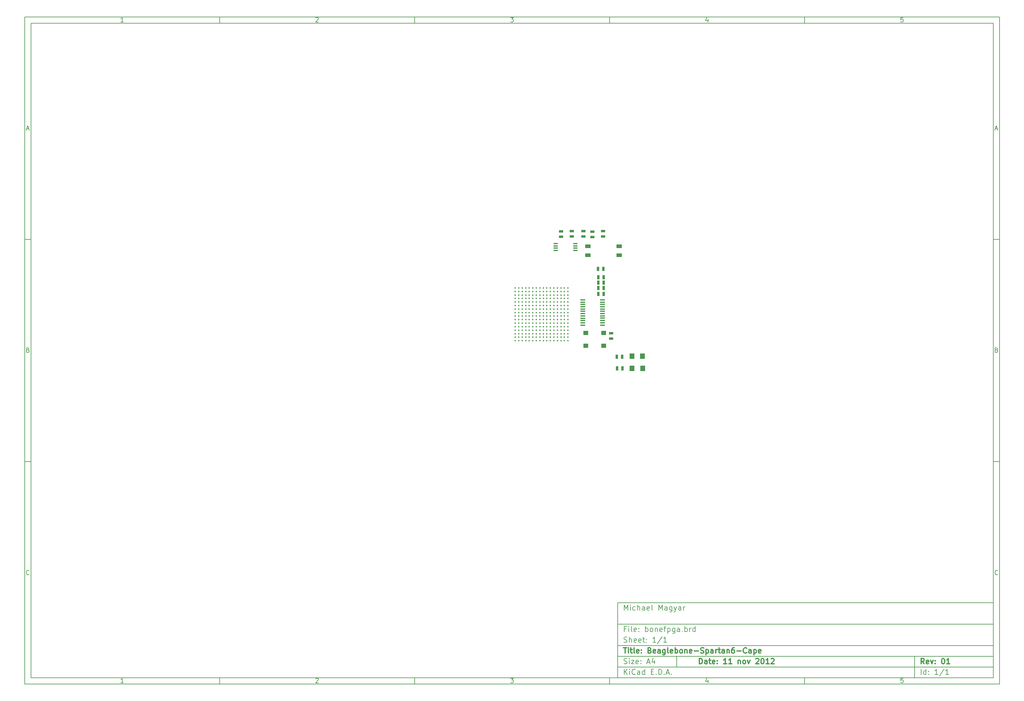
<source format=gtp>
G04 (created by PCBNEW-RS274X (2012-jan-04)-stable) date Sat Nov 10 19:24:45 2012*
G01*
G70*
G90*
%MOIN*%
G04 Gerber Fmt 3.4, Leading zero omitted, Abs format*
%FSLAX34Y34*%
G04 APERTURE LIST*
%ADD10C,0.006000*%
%ADD11C,0.012000*%
%ADD12R,0.051200X0.011800*%
%ADD13R,0.057900X0.016500*%
%ADD14R,0.045000X0.025000*%
%ADD15R,0.025000X0.045000*%
%ADD16R,0.059100X0.043300*%
%ADD17R,0.055100X0.063000*%
%ADD18C,0.015700*%
%ADD19R,0.055100X0.047200*%
G04 APERTURE END LIST*
G54D10*
X04000Y-04000D02*
X113000Y-04000D01*
X113000Y-78670D01*
X04000Y-78670D01*
X04000Y-04000D01*
X04700Y-04700D02*
X112300Y-04700D01*
X112300Y-77970D01*
X04700Y-77970D01*
X04700Y-04700D01*
X25800Y-04000D02*
X25800Y-04700D01*
X15043Y-04552D02*
X14757Y-04552D01*
X14900Y-04552D02*
X14900Y-04052D01*
X14852Y-04124D01*
X14805Y-04171D01*
X14757Y-04195D01*
X25800Y-78670D02*
X25800Y-77970D01*
X15043Y-78522D02*
X14757Y-78522D01*
X14900Y-78522D02*
X14900Y-78022D01*
X14852Y-78094D01*
X14805Y-78141D01*
X14757Y-78165D01*
X47600Y-04000D02*
X47600Y-04700D01*
X36557Y-04100D02*
X36581Y-04076D01*
X36629Y-04052D01*
X36748Y-04052D01*
X36795Y-04076D01*
X36819Y-04100D01*
X36843Y-04148D01*
X36843Y-04195D01*
X36819Y-04267D01*
X36533Y-04552D01*
X36843Y-04552D01*
X47600Y-78670D02*
X47600Y-77970D01*
X36557Y-78070D02*
X36581Y-78046D01*
X36629Y-78022D01*
X36748Y-78022D01*
X36795Y-78046D01*
X36819Y-78070D01*
X36843Y-78118D01*
X36843Y-78165D01*
X36819Y-78237D01*
X36533Y-78522D01*
X36843Y-78522D01*
X69400Y-04000D02*
X69400Y-04700D01*
X58333Y-04052D02*
X58643Y-04052D01*
X58476Y-04243D01*
X58548Y-04243D01*
X58595Y-04267D01*
X58619Y-04290D01*
X58643Y-04338D01*
X58643Y-04457D01*
X58619Y-04505D01*
X58595Y-04529D01*
X58548Y-04552D01*
X58405Y-04552D01*
X58357Y-04529D01*
X58333Y-04505D01*
X69400Y-78670D02*
X69400Y-77970D01*
X58333Y-78022D02*
X58643Y-78022D01*
X58476Y-78213D01*
X58548Y-78213D01*
X58595Y-78237D01*
X58619Y-78260D01*
X58643Y-78308D01*
X58643Y-78427D01*
X58619Y-78475D01*
X58595Y-78499D01*
X58548Y-78522D01*
X58405Y-78522D01*
X58357Y-78499D01*
X58333Y-78475D01*
X91200Y-04000D02*
X91200Y-04700D01*
X80395Y-04219D02*
X80395Y-04552D01*
X80276Y-04029D02*
X80157Y-04386D01*
X80467Y-04386D01*
X91200Y-78670D02*
X91200Y-77970D01*
X80395Y-78189D02*
X80395Y-78522D01*
X80276Y-77999D02*
X80157Y-78356D01*
X80467Y-78356D01*
X102219Y-04052D02*
X101981Y-04052D01*
X101957Y-04290D01*
X101981Y-04267D01*
X102029Y-04243D01*
X102148Y-04243D01*
X102195Y-04267D01*
X102219Y-04290D01*
X102243Y-04338D01*
X102243Y-04457D01*
X102219Y-04505D01*
X102195Y-04529D01*
X102148Y-04552D01*
X102029Y-04552D01*
X101981Y-04529D01*
X101957Y-04505D01*
X102219Y-78022D02*
X101981Y-78022D01*
X101957Y-78260D01*
X101981Y-78237D01*
X102029Y-78213D01*
X102148Y-78213D01*
X102195Y-78237D01*
X102219Y-78260D01*
X102243Y-78308D01*
X102243Y-78427D01*
X102219Y-78475D01*
X102195Y-78499D01*
X102148Y-78522D01*
X102029Y-78522D01*
X101981Y-78499D01*
X101957Y-78475D01*
X04000Y-28890D02*
X04700Y-28890D01*
X04231Y-16510D02*
X04469Y-16510D01*
X04184Y-16652D02*
X04350Y-16152D01*
X04517Y-16652D01*
X113000Y-28890D02*
X112300Y-28890D01*
X112531Y-16510D02*
X112769Y-16510D01*
X112484Y-16652D02*
X112650Y-16152D01*
X112817Y-16652D01*
X04000Y-53780D02*
X04700Y-53780D01*
X04386Y-41280D02*
X04457Y-41304D01*
X04481Y-41328D01*
X04505Y-41376D01*
X04505Y-41447D01*
X04481Y-41495D01*
X04457Y-41519D01*
X04410Y-41542D01*
X04219Y-41542D01*
X04219Y-41042D01*
X04386Y-41042D01*
X04433Y-41066D01*
X04457Y-41090D01*
X04481Y-41138D01*
X04481Y-41185D01*
X04457Y-41233D01*
X04433Y-41257D01*
X04386Y-41280D01*
X04219Y-41280D01*
X113000Y-53780D02*
X112300Y-53780D01*
X112686Y-41280D02*
X112757Y-41304D01*
X112781Y-41328D01*
X112805Y-41376D01*
X112805Y-41447D01*
X112781Y-41495D01*
X112757Y-41519D01*
X112710Y-41542D01*
X112519Y-41542D01*
X112519Y-41042D01*
X112686Y-41042D01*
X112733Y-41066D01*
X112757Y-41090D01*
X112781Y-41138D01*
X112781Y-41185D01*
X112757Y-41233D01*
X112733Y-41257D01*
X112686Y-41280D01*
X112519Y-41280D01*
X04505Y-66385D02*
X04481Y-66409D01*
X04410Y-66432D01*
X04362Y-66432D01*
X04290Y-66409D01*
X04243Y-66361D01*
X04219Y-66313D01*
X04195Y-66218D01*
X04195Y-66147D01*
X04219Y-66051D01*
X04243Y-66004D01*
X04290Y-65956D01*
X04362Y-65932D01*
X04410Y-65932D01*
X04481Y-65956D01*
X04505Y-65980D01*
X112805Y-66385D02*
X112781Y-66409D01*
X112710Y-66432D01*
X112662Y-66432D01*
X112590Y-66409D01*
X112543Y-66361D01*
X112519Y-66313D01*
X112495Y-66218D01*
X112495Y-66147D01*
X112519Y-66051D01*
X112543Y-66004D01*
X112590Y-65956D01*
X112662Y-65932D01*
X112710Y-65932D01*
X112781Y-65956D01*
X112805Y-65980D01*
G54D11*
X79443Y-76413D02*
X79443Y-75813D01*
X79586Y-75813D01*
X79671Y-75841D01*
X79729Y-75899D01*
X79757Y-75956D01*
X79786Y-76070D01*
X79786Y-76156D01*
X79757Y-76270D01*
X79729Y-76327D01*
X79671Y-76384D01*
X79586Y-76413D01*
X79443Y-76413D01*
X80300Y-76413D02*
X80300Y-76099D01*
X80271Y-76041D01*
X80214Y-76013D01*
X80100Y-76013D01*
X80043Y-76041D01*
X80300Y-76384D02*
X80243Y-76413D01*
X80100Y-76413D01*
X80043Y-76384D01*
X80014Y-76327D01*
X80014Y-76270D01*
X80043Y-76213D01*
X80100Y-76184D01*
X80243Y-76184D01*
X80300Y-76156D01*
X80500Y-76013D02*
X80729Y-76013D01*
X80586Y-75813D02*
X80586Y-76327D01*
X80614Y-76384D01*
X80672Y-76413D01*
X80729Y-76413D01*
X81157Y-76384D02*
X81100Y-76413D01*
X80986Y-76413D01*
X80929Y-76384D01*
X80900Y-76327D01*
X80900Y-76099D01*
X80929Y-76041D01*
X80986Y-76013D01*
X81100Y-76013D01*
X81157Y-76041D01*
X81186Y-76099D01*
X81186Y-76156D01*
X80900Y-76213D01*
X81443Y-76356D02*
X81471Y-76384D01*
X81443Y-76413D01*
X81414Y-76384D01*
X81443Y-76356D01*
X81443Y-76413D01*
X81443Y-76041D02*
X81471Y-76070D01*
X81443Y-76099D01*
X81414Y-76070D01*
X81443Y-76041D01*
X81443Y-76099D01*
X82500Y-76413D02*
X82157Y-76413D01*
X82329Y-76413D02*
X82329Y-75813D01*
X82272Y-75899D01*
X82214Y-75956D01*
X82157Y-75984D01*
X83071Y-76413D02*
X82728Y-76413D01*
X82900Y-76413D02*
X82900Y-75813D01*
X82843Y-75899D01*
X82785Y-75956D01*
X82728Y-75984D01*
X83785Y-76013D02*
X83785Y-76413D01*
X83785Y-76070D02*
X83813Y-76041D01*
X83871Y-76013D01*
X83956Y-76013D01*
X84013Y-76041D01*
X84042Y-76099D01*
X84042Y-76413D01*
X84414Y-76413D02*
X84356Y-76384D01*
X84328Y-76356D01*
X84299Y-76299D01*
X84299Y-76127D01*
X84328Y-76070D01*
X84356Y-76041D01*
X84414Y-76013D01*
X84499Y-76013D01*
X84556Y-76041D01*
X84585Y-76070D01*
X84614Y-76127D01*
X84614Y-76299D01*
X84585Y-76356D01*
X84556Y-76384D01*
X84499Y-76413D01*
X84414Y-76413D01*
X84814Y-76013D02*
X84957Y-76413D01*
X85099Y-76013D01*
X85756Y-75870D02*
X85785Y-75841D01*
X85842Y-75813D01*
X85985Y-75813D01*
X86042Y-75841D01*
X86071Y-75870D01*
X86099Y-75927D01*
X86099Y-75984D01*
X86071Y-76070D01*
X85728Y-76413D01*
X86099Y-76413D01*
X86470Y-75813D02*
X86527Y-75813D01*
X86584Y-75841D01*
X86613Y-75870D01*
X86642Y-75927D01*
X86670Y-76041D01*
X86670Y-76184D01*
X86642Y-76299D01*
X86613Y-76356D01*
X86584Y-76384D01*
X86527Y-76413D01*
X86470Y-76413D01*
X86413Y-76384D01*
X86384Y-76356D01*
X86356Y-76299D01*
X86327Y-76184D01*
X86327Y-76041D01*
X86356Y-75927D01*
X86384Y-75870D01*
X86413Y-75841D01*
X86470Y-75813D01*
X87241Y-76413D02*
X86898Y-76413D01*
X87070Y-76413D02*
X87070Y-75813D01*
X87013Y-75899D01*
X86955Y-75956D01*
X86898Y-75984D01*
X87469Y-75870D02*
X87498Y-75841D01*
X87555Y-75813D01*
X87698Y-75813D01*
X87755Y-75841D01*
X87784Y-75870D01*
X87812Y-75927D01*
X87812Y-75984D01*
X87784Y-76070D01*
X87441Y-76413D01*
X87812Y-76413D01*
G54D10*
X71043Y-77613D02*
X71043Y-77013D01*
X71386Y-77613D02*
X71129Y-77270D01*
X71386Y-77013D02*
X71043Y-77356D01*
X71643Y-77613D02*
X71643Y-77213D01*
X71643Y-77013D02*
X71614Y-77041D01*
X71643Y-77070D01*
X71671Y-77041D01*
X71643Y-77013D01*
X71643Y-77070D01*
X72272Y-77556D02*
X72243Y-77584D01*
X72157Y-77613D01*
X72100Y-77613D01*
X72015Y-77584D01*
X71957Y-77527D01*
X71929Y-77470D01*
X71900Y-77356D01*
X71900Y-77270D01*
X71929Y-77156D01*
X71957Y-77099D01*
X72015Y-77041D01*
X72100Y-77013D01*
X72157Y-77013D01*
X72243Y-77041D01*
X72272Y-77070D01*
X72786Y-77613D02*
X72786Y-77299D01*
X72757Y-77241D01*
X72700Y-77213D01*
X72586Y-77213D01*
X72529Y-77241D01*
X72786Y-77584D02*
X72729Y-77613D01*
X72586Y-77613D01*
X72529Y-77584D01*
X72500Y-77527D01*
X72500Y-77470D01*
X72529Y-77413D01*
X72586Y-77384D01*
X72729Y-77384D01*
X72786Y-77356D01*
X73329Y-77613D02*
X73329Y-77013D01*
X73329Y-77584D02*
X73272Y-77613D01*
X73158Y-77613D01*
X73100Y-77584D01*
X73072Y-77556D01*
X73043Y-77499D01*
X73043Y-77327D01*
X73072Y-77270D01*
X73100Y-77241D01*
X73158Y-77213D01*
X73272Y-77213D01*
X73329Y-77241D01*
X74072Y-77299D02*
X74272Y-77299D01*
X74358Y-77613D02*
X74072Y-77613D01*
X74072Y-77013D01*
X74358Y-77013D01*
X74615Y-77556D02*
X74643Y-77584D01*
X74615Y-77613D01*
X74586Y-77584D01*
X74615Y-77556D01*
X74615Y-77613D01*
X74901Y-77613D02*
X74901Y-77013D01*
X75044Y-77013D01*
X75129Y-77041D01*
X75187Y-77099D01*
X75215Y-77156D01*
X75244Y-77270D01*
X75244Y-77356D01*
X75215Y-77470D01*
X75187Y-77527D01*
X75129Y-77584D01*
X75044Y-77613D01*
X74901Y-77613D01*
X75501Y-77556D02*
X75529Y-77584D01*
X75501Y-77613D01*
X75472Y-77584D01*
X75501Y-77556D01*
X75501Y-77613D01*
X75758Y-77441D02*
X76044Y-77441D01*
X75701Y-77613D02*
X75901Y-77013D01*
X76101Y-77613D01*
X76301Y-77556D02*
X76329Y-77584D01*
X76301Y-77613D01*
X76272Y-77584D01*
X76301Y-77556D01*
X76301Y-77613D01*
G54D11*
X104586Y-76413D02*
X104386Y-76127D01*
X104243Y-76413D02*
X104243Y-75813D01*
X104471Y-75813D01*
X104529Y-75841D01*
X104557Y-75870D01*
X104586Y-75927D01*
X104586Y-76013D01*
X104557Y-76070D01*
X104529Y-76099D01*
X104471Y-76127D01*
X104243Y-76127D01*
X105071Y-76384D02*
X105014Y-76413D01*
X104900Y-76413D01*
X104843Y-76384D01*
X104814Y-76327D01*
X104814Y-76099D01*
X104843Y-76041D01*
X104900Y-76013D01*
X105014Y-76013D01*
X105071Y-76041D01*
X105100Y-76099D01*
X105100Y-76156D01*
X104814Y-76213D01*
X105300Y-76013D02*
X105443Y-76413D01*
X105585Y-76013D01*
X105814Y-76356D02*
X105842Y-76384D01*
X105814Y-76413D01*
X105785Y-76384D01*
X105814Y-76356D01*
X105814Y-76413D01*
X105814Y-76041D02*
X105842Y-76070D01*
X105814Y-76099D01*
X105785Y-76070D01*
X105814Y-76041D01*
X105814Y-76099D01*
X106671Y-75813D02*
X106728Y-75813D01*
X106785Y-75841D01*
X106814Y-75870D01*
X106843Y-75927D01*
X106871Y-76041D01*
X106871Y-76184D01*
X106843Y-76299D01*
X106814Y-76356D01*
X106785Y-76384D01*
X106728Y-76413D01*
X106671Y-76413D01*
X106614Y-76384D01*
X106585Y-76356D01*
X106557Y-76299D01*
X106528Y-76184D01*
X106528Y-76041D01*
X106557Y-75927D01*
X106585Y-75870D01*
X106614Y-75841D01*
X106671Y-75813D01*
X107442Y-76413D02*
X107099Y-76413D01*
X107271Y-76413D02*
X107271Y-75813D01*
X107214Y-75899D01*
X107156Y-75956D01*
X107099Y-75984D01*
G54D10*
X71014Y-76384D02*
X71100Y-76413D01*
X71243Y-76413D01*
X71300Y-76384D01*
X71329Y-76356D01*
X71357Y-76299D01*
X71357Y-76241D01*
X71329Y-76184D01*
X71300Y-76156D01*
X71243Y-76127D01*
X71129Y-76099D01*
X71071Y-76070D01*
X71043Y-76041D01*
X71014Y-75984D01*
X71014Y-75927D01*
X71043Y-75870D01*
X71071Y-75841D01*
X71129Y-75813D01*
X71271Y-75813D01*
X71357Y-75841D01*
X71614Y-76413D02*
X71614Y-76013D01*
X71614Y-75813D02*
X71585Y-75841D01*
X71614Y-75870D01*
X71642Y-75841D01*
X71614Y-75813D01*
X71614Y-75870D01*
X71843Y-76013D02*
X72157Y-76013D01*
X71843Y-76413D01*
X72157Y-76413D01*
X72614Y-76384D02*
X72557Y-76413D01*
X72443Y-76413D01*
X72386Y-76384D01*
X72357Y-76327D01*
X72357Y-76099D01*
X72386Y-76041D01*
X72443Y-76013D01*
X72557Y-76013D01*
X72614Y-76041D01*
X72643Y-76099D01*
X72643Y-76156D01*
X72357Y-76213D01*
X72900Y-76356D02*
X72928Y-76384D01*
X72900Y-76413D01*
X72871Y-76384D01*
X72900Y-76356D01*
X72900Y-76413D01*
X72900Y-76041D02*
X72928Y-76070D01*
X72900Y-76099D01*
X72871Y-76070D01*
X72900Y-76041D01*
X72900Y-76099D01*
X73614Y-76241D02*
X73900Y-76241D01*
X73557Y-76413D02*
X73757Y-75813D01*
X73957Y-76413D01*
X74414Y-76013D02*
X74414Y-76413D01*
X74271Y-75784D02*
X74128Y-76213D01*
X74500Y-76213D01*
X104243Y-77613D02*
X104243Y-77013D01*
X104786Y-77613D02*
X104786Y-77013D01*
X104786Y-77584D02*
X104729Y-77613D01*
X104615Y-77613D01*
X104557Y-77584D01*
X104529Y-77556D01*
X104500Y-77499D01*
X104500Y-77327D01*
X104529Y-77270D01*
X104557Y-77241D01*
X104615Y-77213D01*
X104729Y-77213D01*
X104786Y-77241D01*
X105072Y-77556D02*
X105100Y-77584D01*
X105072Y-77613D01*
X105043Y-77584D01*
X105072Y-77556D01*
X105072Y-77613D01*
X105072Y-77241D02*
X105100Y-77270D01*
X105072Y-77299D01*
X105043Y-77270D01*
X105072Y-77241D01*
X105072Y-77299D01*
X106129Y-77613D02*
X105786Y-77613D01*
X105958Y-77613D02*
X105958Y-77013D01*
X105901Y-77099D01*
X105843Y-77156D01*
X105786Y-77184D01*
X106814Y-76984D02*
X106300Y-77756D01*
X107329Y-77613D02*
X106986Y-77613D01*
X107158Y-77613D02*
X107158Y-77013D01*
X107101Y-77099D01*
X107043Y-77156D01*
X106986Y-77184D01*
G54D11*
X70957Y-74613D02*
X71300Y-74613D01*
X71129Y-75213D02*
X71129Y-74613D01*
X71500Y-75213D02*
X71500Y-74813D01*
X71500Y-74613D02*
X71471Y-74641D01*
X71500Y-74670D01*
X71528Y-74641D01*
X71500Y-74613D01*
X71500Y-74670D01*
X71700Y-74813D02*
X71929Y-74813D01*
X71786Y-74613D02*
X71786Y-75127D01*
X71814Y-75184D01*
X71872Y-75213D01*
X71929Y-75213D01*
X72215Y-75213D02*
X72157Y-75184D01*
X72129Y-75127D01*
X72129Y-74613D01*
X72671Y-75184D02*
X72614Y-75213D01*
X72500Y-75213D01*
X72443Y-75184D01*
X72414Y-75127D01*
X72414Y-74899D01*
X72443Y-74841D01*
X72500Y-74813D01*
X72614Y-74813D01*
X72671Y-74841D01*
X72700Y-74899D01*
X72700Y-74956D01*
X72414Y-75013D01*
X72957Y-75156D02*
X72985Y-75184D01*
X72957Y-75213D01*
X72928Y-75184D01*
X72957Y-75156D01*
X72957Y-75213D01*
X72957Y-74841D02*
X72985Y-74870D01*
X72957Y-74899D01*
X72928Y-74870D01*
X72957Y-74841D01*
X72957Y-74899D01*
X73900Y-74899D02*
X73986Y-74927D01*
X74014Y-74956D01*
X74043Y-75013D01*
X74043Y-75099D01*
X74014Y-75156D01*
X73986Y-75184D01*
X73928Y-75213D01*
X73700Y-75213D01*
X73700Y-74613D01*
X73900Y-74613D01*
X73957Y-74641D01*
X73986Y-74670D01*
X74014Y-74727D01*
X74014Y-74784D01*
X73986Y-74841D01*
X73957Y-74870D01*
X73900Y-74899D01*
X73700Y-74899D01*
X74528Y-75184D02*
X74471Y-75213D01*
X74357Y-75213D01*
X74300Y-75184D01*
X74271Y-75127D01*
X74271Y-74899D01*
X74300Y-74841D01*
X74357Y-74813D01*
X74471Y-74813D01*
X74528Y-74841D01*
X74557Y-74899D01*
X74557Y-74956D01*
X74271Y-75013D01*
X75071Y-75213D02*
X75071Y-74899D01*
X75042Y-74841D01*
X74985Y-74813D01*
X74871Y-74813D01*
X74814Y-74841D01*
X75071Y-75184D02*
X75014Y-75213D01*
X74871Y-75213D01*
X74814Y-75184D01*
X74785Y-75127D01*
X74785Y-75070D01*
X74814Y-75013D01*
X74871Y-74984D01*
X75014Y-74984D01*
X75071Y-74956D01*
X75614Y-74813D02*
X75614Y-75299D01*
X75585Y-75356D01*
X75557Y-75384D01*
X75500Y-75413D01*
X75414Y-75413D01*
X75357Y-75384D01*
X75614Y-75184D02*
X75557Y-75213D01*
X75443Y-75213D01*
X75385Y-75184D01*
X75357Y-75156D01*
X75328Y-75099D01*
X75328Y-74927D01*
X75357Y-74870D01*
X75385Y-74841D01*
X75443Y-74813D01*
X75557Y-74813D01*
X75614Y-74841D01*
X75986Y-75213D02*
X75928Y-75184D01*
X75900Y-75127D01*
X75900Y-74613D01*
X76442Y-75184D02*
X76385Y-75213D01*
X76271Y-75213D01*
X76214Y-75184D01*
X76185Y-75127D01*
X76185Y-74899D01*
X76214Y-74841D01*
X76271Y-74813D01*
X76385Y-74813D01*
X76442Y-74841D01*
X76471Y-74899D01*
X76471Y-74956D01*
X76185Y-75013D01*
X76728Y-75213D02*
X76728Y-74613D01*
X76728Y-74841D02*
X76785Y-74813D01*
X76899Y-74813D01*
X76956Y-74841D01*
X76985Y-74870D01*
X77014Y-74927D01*
X77014Y-75099D01*
X76985Y-75156D01*
X76956Y-75184D01*
X76899Y-75213D01*
X76785Y-75213D01*
X76728Y-75184D01*
X77357Y-75213D02*
X77299Y-75184D01*
X77271Y-75156D01*
X77242Y-75099D01*
X77242Y-74927D01*
X77271Y-74870D01*
X77299Y-74841D01*
X77357Y-74813D01*
X77442Y-74813D01*
X77499Y-74841D01*
X77528Y-74870D01*
X77557Y-74927D01*
X77557Y-75099D01*
X77528Y-75156D01*
X77499Y-75184D01*
X77442Y-75213D01*
X77357Y-75213D01*
X77814Y-74813D02*
X77814Y-75213D01*
X77814Y-74870D02*
X77842Y-74841D01*
X77900Y-74813D01*
X77985Y-74813D01*
X78042Y-74841D01*
X78071Y-74899D01*
X78071Y-75213D01*
X78585Y-75184D02*
X78528Y-75213D01*
X78414Y-75213D01*
X78357Y-75184D01*
X78328Y-75127D01*
X78328Y-74899D01*
X78357Y-74841D01*
X78414Y-74813D01*
X78528Y-74813D01*
X78585Y-74841D01*
X78614Y-74899D01*
X78614Y-74956D01*
X78328Y-75013D01*
X78871Y-74984D02*
X79328Y-74984D01*
X79585Y-75184D02*
X79671Y-75213D01*
X79814Y-75213D01*
X79871Y-75184D01*
X79900Y-75156D01*
X79928Y-75099D01*
X79928Y-75041D01*
X79900Y-74984D01*
X79871Y-74956D01*
X79814Y-74927D01*
X79700Y-74899D01*
X79642Y-74870D01*
X79614Y-74841D01*
X79585Y-74784D01*
X79585Y-74727D01*
X79614Y-74670D01*
X79642Y-74641D01*
X79700Y-74613D01*
X79842Y-74613D01*
X79928Y-74641D01*
X80185Y-74813D02*
X80185Y-75413D01*
X80185Y-74841D02*
X80242Y-74813D01*
X80356Y-74813D01*
X80413Y-74841D01*
X80442Y-74870D01*
X80471Y-74927D01*
X80471Y-75099D01*
X80442Y-75156D01*
X80413Y-75184D01*
X80356Y-75213D01*
X80242Y-75213D01*
X80185Y-75184D01*
X80985Y-75213D02*
X80985Y-74899D01*
X80956Y-74841D01*
X80899Y-74813D01*
X80785Y-74813D01*
X80728Y-74841D01*
X80985Y-75184D02*
X80928Y-75213D01*
X80785Y-75213D01*
X80728Y-75184D01*
X80699Y-75127D01*
X80699Y-75070D01*
X80728Y-75013D01*
X80785Y-74984D01*
X80928Y-74984D01*
X80985Y-74956D01*
X81271Y-75213D02*
X81271Y-74813D01*
X81271Y-74927D02*
X81299Y-74870D01*
X81328Y-74841D01*
X81385Y-74813D01*
X81442Y-74813D01*
X81556Y-74813D02*
X81785Y-74813D01*
X81642Y-74613D02*
X81642Y-75127D01*
X81670Y-75184D01*
X81728Y-75213D01*
X81785Y-75213D01*
X82242Y-75213D02*
X82242Y-74899D01*
X82213Y-74841D01*
X82156Y-74813D01*
X82042Y-74813D01*
X81985Y-74841D01*
X82242Y-75184D02*
X82185Y-75213D01*
X82042Y-75213D01*
X81985Y-75184D01*
X81956Y-75127D01*
X81956Y-75070D01*
X81985Y-75013D01*
X82042Y-74984D01*
X82185Y-74984D01*
X82242Y-74956D01*
X82528Y-74813D02*
X82528Y-75213D01*
X82528Y-74870D02*
X82556Y-74841D01*
X82614Y-74813D01*
X82699Y-74813D01*
X82756Y-74841D01*
X82785Y-74899D01*
X82785Y-75213D01*
X83328Y-74613D02*
X83214Y-74613D01*
X83157Y-74641D01*
X83128Y-74670D01*
X83071Y-74756D01*
X83042Y-74870D01*
X83042Y-75099D01*
X83071Y-75156D01*
X83099Y-75184D01*
X83157Y-75213D01*
X83271Y-75213D01*
X83328Y-75184D01*
X83357Y-75156D01*
X83385Y-75099D01*
X83385Y-74956D01*
X83357Y-74899D01*
X83328Y-74870D01*
X83271Y-74841D01*
X83157Y-74841D01*
X83099Y-74870D01*
X83071Y-74899D01*
X83042Y-74956D01*
X83642Y-74984D02*
X84099Y-74984D01*
X84728Y-75156D02*
X84699Y-75184D01*
X84613Y-75213D01*
X84556Y-75213D01*
X84471Y-75184D01*
X84413Y-75127D01*
X84385Y-75070D01*
X84356Y-74956D01*
X84356Y-74870D01*
X84385Y-74756D01*
X84413Y-74699D01*
X84471Y-74641D01*
X84556Y-74613D01*
X84613Y-74613D01*
X84699Y-74641D01*
X84728Y-74670D01*
X85242Y-75213D02*
X85242Y-74899D01*
X85213Y-74841D01*
X85156Y-74813D01*
X85042Y-74813D01*
X84985Y-74841D01*
X85242Y-75184D02*
X85185Y-75213D01*
X85042Y-75213D01*
X84985Y-75184D01*
X84956Y-75127D01*
X84956Y-75070D01*
X84985Y-75013D01*
X85042Y-74984D01*
X85185Y-74984D01*
X85242Y-74956D01*
X85528Y-74813D02*
X85528Y-75413D01*
X85528Y-74841D02*
X85585Y-74813D01*
X85699Y-74813D01*
X85756Y-74841D01*
X85785Y-74870D01*
X85814Y-74927D01*
X85814Y-75099D01*
X85785Y-75156D01*
X85756Y-75184D01*
X85699Y-75213D01*
X85585Y-75213D01*
X85528Y-75184D01*
X86299Y-75184D02*
X86242Y-75213D01*
X86128Y-75213D01*
X86071Y-75184D01*
X86042Y-75127D01*
X86042Y-74899D01*
X86071Y-74841D01*
X86128Y-74813D01*
X86242Y-74813D01*
X86299Y-74841D01*
X86328Y-74899D01*
X86328Y-74956D01*
X86042Y-75013D01*
G54D10*
X71243Y-72499D02*
X71043Y-72499D01*
X71043Y-72813D02*
X71043Y-72213D01*
X71329Y-72213D01*
X71557Y-72813D02*
X71557Y-72413D01*
X71557Y-72213D02*
X71528Y-72241D01*
X71557Y-72270D01*
X71585Y-72241D01*
X71557Y-72213D01*
X71557Y-72270D01*
X71929Y-72813D02*
X71871Y-72784D01*
X71843Y-72727D01*
X71843Y-72213D01*
X72385Y-72784D02*
X72328Y-72813D01*
X72214Y-72813D01*
X72157Y-72784D01*
X72128Y-72727D01*
X72128Y-72499D01*
X72157Y-72441D01*
X72214Y-72413D01*
X72328Y-72413D01*
X72385Y-72441D01*
X72414Y-72499D01*
X72414Y-72556D01*
X72128Y-72613D01*
X72671Y-72756D02*
X72699Y-72784D01*
X72671Y-72813D01*
X72642Y-72784D01*
X72671Y-72756D01*
X72671Y-72813D01*
X72671Y-72441D02*
X72699Y-72470D01*
X72671Y-72499D01*
X72642Y-72470D01*
X72671Y-72441D01*
X72671Y-72499D01*
X73414Y-72813D02*
X73414Y-72213D01*
X73414Y-72441D02*
X73471Y-72413D01*
X73585Y-72413D01*
X73642Y-72441D01*
X73671Y-72470D01*
X73700Y-72527D01*
X73700Y-72699D01*
X73671Y-72756D01*
X73642Y-72784D01*
X73585Y-72813D01*
X73471Y-72813D01*
X73414Y-72784D01*
X74043Y-72813D02*
X73985Y-72784D01*
X73957Y-72756D01*
X73928Y-72699D01*
X73928Y-72527D01*
X73957Y-72470D01*
X73985Y-72441D01*
X74043Y-72413D01*
X74128Y-72413D01*
X74185Y-72441D01*
X74214Y-72470D01*
X74243Y-72527D01*
X74243Y-72699D01*
X74214Y-72756D01*
X74185Y-72784D01*
X74128Y-72813D01*
X74043Y-72813D01*
X74500Y-72413D02*
X74500Y-72813D01*
X74500Y-72470D02*
X74528Y-72441D01*
X74586Y-72413D01*
X74671Y-72413D01*
X74728Y-72441D01*
X74757Y-72499D01*
X74757Y-72813D01*
X75271Y-72784D02*
X75214Y-72813D01*
X75100Y-72813D01*
X75043Y-72784D01*
X75014Y-72727D01*
X75014Y-72499D01*
X75043Y-72441D01*
X75100Y-72413D01*
X75214Y-72413D01*
X75271Y-72441D01*
X75300Y-72499D01*
X75300Y-72556D01*
X75014Y-72613D01*
X75471Y-72413D02*
X75700Y-72413D01*
X75557Y-72813D02*
X75557Y-72299D01*
X75585Y-72241D01*
X75643Y-72213D01*
X75700Y-72213D01*
X75900Y-72413D02*
X75900Y-73013D01*
X75900Y-72441D02*
X75957Y-72413D01*
X76071Y-72413D01*
X76128Y-72441D01*
X76157Y-72470D01*
X76186Y-72527D01*
X76186Y-72699D01*
X76157Y-72756D01*
X76128Y-72784D01*
X76071Y-72813D01*
X75957Y-72813D01*
X75900Y-72784D01*
X76700Y-72413D02*
X76700Y-72899D01*
X76671Y-72956D01*
X76643Y-72984D01*
X76586Y-73013D01*
X76500Y-73013D01*
X76443Y-72984D01*
X76700Y-72784D02*
X76643Y-72813D01*
X76529Y-72813D01*
X76471Y-72784D01*
X76443Y-72756D01*
X76414Y-72699D01*
X76414Y-72527D01*
X76443Y-72470D01*
X76471Y-72441D01*
X76529Y-72413D01*
X76643Y-72413D01*
X76700Y-72441D01*
X77243Y-72813D02*
X77243Y-72499D01*
X77214Y-72441D01*
X77157Y-72413D01*
X77043Y-72413D01*
X76986Y-72441D01*
X77243Y-72784D02*
X77186Y-72813D01*
X77043Y-72813D01*
X76986Y-72784D01*
X76957Y-72727D01*
X76957Y-72670D01*
X76986Y-72613D01*
X77043Y-72584D01*
X77186Y-72584D01*
X77243Y-72556D01*
X77529Y-72756D02*
X77557Y-72784D01*
X77529Y-72813D01*
X77500Y-72784D01*
X77529Y-72756D01*
X77529Y-72813D01*
X77815Y-72813D02*
X77815Y-72213D01*
X77815Y-72441D02*
X77872Y-72413D01*
X77986Y-72413D01*
X78043Y-72441D01*
X78072Y-72470D01*
X78101Y-72527D01*
X78101Y-72699D01*
X78072Y-72756D01*
X78043Y-72784D01*
X77986Y-72813D01*
X77872Y-72813D01*
X77815Y-72784D01*
X78358Y-72813D02*
X78358Y-72413D01*
X78358Y-72527D02*
X78386Y-72470D01*
X78415Y-72441D01*
X78472Y-72413D01*
X78529Y-72413D01*
X78986Y-72813D02*
X78986Y-72213D01*
X78986Y-72784D02*
X78929Y-72813D01*
X78815Y-72813D01*
X78757Y-72784D01*
X78729Y-72756D01*
X78700Y-72699D01*
X78700Y-72527D01*
X78729Y-72470D01*
X78757Y-72441D01*
X78815Y-72413D01*
X78929Y-72413D01*
X78986Y-72441D01*
X71014Y-73984D02*
X71100Y-74013D01*
X71243Y-74013D01*
X71300Y-73984D01*
X71329Y-73956D01*
X71357Y-73899D01*
X71357Y-73841D01*
X71329Y-73784D01*
X71300Y-73756D01*
X71243Y-73727D01*
X71129Y-73699D01*
X71071Y-73670D01*
X71043Y-73641D01*
X71014Y-73584D01*
X71014Y-73527D01*
X71043Y-73470D01*
X71071Y-73441D01*
X71129Y-73413D01*
X71271Y-73413D01*
X71357Y-73441D01*
X71614Y-74013D02*
X71614Y-73413D01*
X71871Y-74013D02*
X71871Y-73699D01*
X71842Y-73641D01*
X71785Y-73613D01*
X71700Y-73613D01*
X71642Y-73641D01*
X71614Y-73670D01*
X72385Y-73984D02*
X72328Y-74013D01*
X72214Y-74013D01*
X72157Y-73984D01*
X72128Y-73927D01*
X72128Y-73699D01*
X72157Y-73641D01*
X72214Y-73613D01*
X72328Y-73613D01*
X72385Y-73641D01*
X72414Y-73699D01*
X72414Y-73756D01*
X72128Y-73813D01*
X72899Y-73984D02*
X72842Y-74013D01*
X72728Y-74013D01*
X72671Y-73984D01*
X72642Y-73927D01*
X72642Y-73699D01*
X72671Y-73641D01*
X72728Y-73613D01*
X72842Y-73613D01*
X72899Y-73641D01*
X72928Y-73699D01*
X72928Y-73756D01*
X72642Y-73813D01*
X73099Y-73613D02*
X73328Y-73613D01*
X73185Y-73413D02*
X73185Y-73927D01*
X73213Y-73984D01*
X73271Y-74013D01*
X73328Y-74013D01*
X73528Y-73956D02*
X73556Y-73984D01*
X73528Y-74013D01*
X73499Y-73984D01*
X73528Y-73956D01*
X73528Y-74013D01*
X73528Y-73641D02*
X73556Y-73670D01*
X73528Y-73699D01*
X73499Y-73670D01*
X73528Y-73641D01*
X73528Y-73699D01*
X74585Y-74013D02*
X74242Y-74013D01*
X74414Y-74013D02*
X74414Y-73413D01*
X74357Y-73499D01*
X74299Y-73556D01*
X74242Y-73584D01*
X75270Y-73384D02*
X74756Y-74156D01*
X75785Y-74013D02*
X75442Y-74013D01*
X75614Y-74013D02*
X75614Y-73413D01*
X75557Y-73499D01*
X75499Y-73556D01*
X75442Y-73584D01*
X71043Y-70413D02*
X71043Y-69813D01*
X71243Y-70241D01*
X71443Y-69813D01*
X71443Y-70413D01*
X71729Y-70413D02*
X71729Y-70013D01*
X71729Y-69813D02*
X71700Y-69841D01*
X71729Y-69870D01*
X71757Y-69841D01*
X71729Y-69813D01*
X71729Y-69870D01*
X72272Y-70384D02*
X72215Y-70413D01*
X72101Y-70413D01*
X72043Y-70384D01*
X72015Y-70356D01*
X71986Y-70299D01*
X71986Y-70127D01*
X72015Y-70070D01*
X72043Y-70041D01*
X72101Y-70013D01*
X72215Y-70013D01*
X72272Y-70041D01*
X72529Y-70413D02*
X72529Y-69813D01*
X72786Y-70413D02*
X72786Y-70099D01*
X72757Y-70041D01*
X72700Y-70013D01*
X72615Y-70013D01*
X72557Y-70041D01*
X72529Y-70070D01*
X73329Y-70413D02*
X73329Y-70099D01*
X73300Y-70041D01*
X73243Y-70013D01*
X73129Y-70013D01*
X73072Y-70041D01*
X73329Y-70384D02*
X73272Y-70413D01*
X73129Y-70413D01*
X73072Y-70384D01*
X73043Y-70327D01*
X73043Y-70270D01*
X73072Y-70213D01*
X73129Y-70184D01*
X73272Y-70184D01*
X73329Y-70156D01*
X73843Y-70384D02*
X73786Y-70413D01*
X73672Y-70413D01*
X73615Y-70384D01*
X73586Y-70327D01*
X73586Y-70099D01*
X73615Y-70041D01*
X73672Y-70013D01*
X73786Y-70013D01*
X73843Y-70041D01*
X73872Y-70099D01*
X73872Y-70156D01*
X73586Y-70213D01*
X74215Y-70413D02*
X74157Y-70384D01*
X74129Y-70327D01*
X74129Y-69813D01*
X74900Y-70413D02*
X74900Y-69813D01*
X75100Y-70241D01*
X75300Y-69813D01*
X75300Y-70413D01*
X75843Y-70413D02*
X75843Y-70099D01*
X75814Y-70041D01*
X75757Y-70013D01*
X75643Y-70013D01*
X75586Y-70041D01*
X75843Y-70384D02*
X75786Y-70413D01*
X75643Y-70413D01*
X75586Y-70384D01*
X75557Y-70327D01*
X75557Y-70270D01*
X75586Y-70213D01*
X75643Y-70184D01*
X75786Y-70184D01*
X75843Y-70156D01*
X76386Y-70013D02*
X76386Y-70499D01*
X76357Y-70556D01*
X76329Y-70584D01*
X76272Y-70613D01*
X76186Y-70613D01*
X76129Y-70584D01*
X76386Y-70384D02*
X76329Y-70413D01*
X76215Y-70413D01*
X76157Y-70384D01*
X76129Y-70356D01*
X76100Y-70299D01*
X76100Y-70127D01*
X76129Y-70070D01*
X76157Y-70041D01*
X76215Y-70013D01*
X76329Y-70013D01*
X76386Y-70041D01*
X76615Y-70013D02*
X76758Y-70413D01*
X76900Y-70013D02*
X76758Y-70413D01*
X76700Y-70556D01*
X76672Y-70584D01*
X76615Y-70613D01*
X77386Y-70413D02*
X77386Y-70099D01*
X77357Y-70041D01*
X77300Y-70013D01*
X77186Y-70013D01*
X77129Y-70041D01*
X77386Y-70384D02*
X77329Y-70413D01*
X77186Y-70413D01*
X77129Y-70384D01*
X77100Y-70327D01*
X77100Y-70270D01*
X77129Y-70213D01*
X77186Y-70184D01*
X77329Y-70184D01*
X77386Y-70156D01*
X77672Y-70413D02*
X77672Y-70013D01*
X77672Y-70127D02*
X77700Y-70070D01*
X77729Y-70041D01*
X77786Y-70013D01*
X77843Y-70013D01*
X70300Y-69570D02*
X70300Y-77970D01*
X70300Y-71970D02*
X112300Y-71970D01*
X70300Y-69570D02*
X112300Y-69570D01*
X70300Y-74370D02*
X112300Y-74370D01*
X103500Y-75570D02*
X103500Y-77970D01*
X70300Y-76770D02*
X112300Y-76770D01*
X70300Y-75570D02*
X112300Y-75570D01*
X76900Y-75570D02*
X76900Y-76770D01*
G54D12*
X65580Y-30130D03*
X65580Y-29880D03*
X65580Y-29620D03*
X65580Y-29370D03*
X63380Y-29370D03*
X63380Y-29620D03*
X63380Y-29880D03*
X63380Y-30135D03*
G54D13*
X66394Y-37207D03*
X66394Y-37463D03*
X66394Y-37719D03*
X66394Y-37975D03*
X66394Y-36439D03*
X66394Y-36695D03*
X66394Y-36951D03*
X68598Y-37207D03*
X68598Y-36951D03*
X68598Y-36695D03*
X68598Y-36439D03*
X68598Y-36183D03*
X68598Y-35927D03*
X66394Y-38231D03*
X68596Y-35671D03*
X66394Y-36183D03*
X66394Y-38487D03*
X68598Y-37463D03*
X66394Y-35928D03*
X68598Y-38487D03*
X68598Y-37718D03*
X66394Y-35672D03*
X68598Y-38231D03*
X68598Y-37974D03*
G54D14*
X68681Y-27972D03*
X68681Y-28572D03*
X67492Y-28023D03*
X67492Y-28623D03*
X66472Y-27983D03*
X66472Y-28583D03*
X63980Y-28015D03*
X63980Y-28615D03*
X65173Y-27980D03*
X65173Y-28580D03*
G54D15*
X68709Y-32209D03*
X68109Y-32209D03*
X68733Y-33122D03*
X68133Y-33122D03*
X68729Y-34350D03*
X68129Y-34350D03*
X68741Y-35000D03*
X68141Y-35000D03*
X68737Y-33729D03*
X68137Y-33729D03*
X70816Y-42043D03*
X70216Y-42043D03*
X70831Y-43331D03*
X70231Y-43331D03*
G54D14*
X69587Y-39405D03*
X69587Y-40005D03*
G54D16*
X70469Y-29654D03*
X70469Y-30654D03*
X66966Y-29654D03*
X66966Y-30654D03*
G54D17*
X71894Y-41984D03*
X73075Y-41984D03*
X71921Y-43319D03*
X73102Y-43319D03*
G54D18*
X58847Y-40240D03*
X58847Y-39847D03*
X58847Y-39453D03*
X58847Y-39059D03*
X58847Y-38665D03*
X58847Y-38272D03*
X58847Y-37878D03*
X58847Y-37484D03*
X58847Y-37091D03*
X58847Y-36697D03*
X58847Y-36303D03*
X58847Y-35910D03*
X58847Y-35516D03*
X58847Y-35122D03*
X58847Y-34728D03*
X58847Y-34335D03*
X59240Y-40240D03*
X59240Y-39847D03*
X59240Y-39453D03*
X59240Y-39059D03*
X59240Y-38665D03*
X59240Y-38272D03*
X59240Y-37878D03*
X59240Y-37484D03*
X59240Y-37091D03*
X59240Y-36697D03*
X59240Y-36303D03*
X59240Y-35909D03*
X59240Y-35516D03*
X59240Y-35122D03*
X59240Y-34729D03*
X59240Y-34335D03*
X59634Y-40240D03*
X59634Y-39847D03*
X59634Y-39453D03*
X59634Y-39059D03*
X59634Y-38665D03*
X59634Y-38272D03*
X59634Y-37878D03*
X59634Y-37484D03*
X59634Y-37091D03*
X59634Y-36697D03*
X59634Y-36303D03*
X59634Y-35910D03*
X59634Y-35516D03*
X59634Y-35122D03*
X59634Y-34728D03*
X59634Y-34335D03*
X60028Y-40240D03*
X60028Y-39847D03*
X60028Y-39453D03*
X60028Y-39059D03*
X60028Y-38665D03*
X60028Y-38272D03*
X60028Y-37878D03*
X60028Y-37484D03*
X60028Y-37091D03*
X60028Y-36697D03*
X60028Y-36303D03*
X60028Y-35910D03*
X60028Y-35516D03*
X60028Y-35122D03*
X60028Y-34728D03*
X60028Y-34335D03*
X60422Y-40240D03*
X60422Y-39847D03*
X60422Y-39453D03*
X60422Y-39059D03*
X60422Y-38665D03*
X60422Y-38272D03*
X60422Y-37878D03*
X60422Y-37484D03*
X60422Y-37091D03*
X60422Y-36697D03*
X60422Y-36303D03*
X60422Y-35910D03*
X60422Y-35516D03*
X60422Y-35122D03*
X60422Y-34728D03*
X60422Y-34335D03*
X60815Y-40240D03*
X60815Y-39847D03*
X60815Y-39453D03*
X60815Y-39059D03*
X60815Y-38665D03*
X60815Y-38272D03*
X60815Y-37878D03*
X60815Y-37484D03*
X60815Y-37091D03*
X60815Y-36697D03*
X60815Y-36303D03*
X60815Y-35910D03*
X60815Y-35516D03*
X60815Y-35122D03*
X60815Y-34728D03*
X60815Y-34335D03*
X61209Y-40240D03*
X61209Y-39847D03*
X61209Y-39453D03*
X61209Y-39059D03*
X61209Y-38665D03*
X61209Y-38272D03*
X61209Y-37878D03*
X61209Y-37484D03*
X61209Y-37091D03*
X61209Y-36697D03*
X61209Y-36303D03*
X61209Y-35910D03*
X61209Y-35516D03*
X61209Y-35122D03*
X61209Y-34728D03*
X61209Y-34335D03*
X61603Y-40240D03*
X61603Y-39847D03*
X61603Y-39453D03*
X61603Y-39059D03*
X61603Y-38665D03*
X61603Y-38272D03*
X61603Y-37878D03*
X61603Y-37484D03*
X61603Y-37091D03*
X61603Y-36697D03*
X61603Y-36303D03*
X61603Y-35910D03*
X61603Y-35516D03*
X61603Y-35122D03*
X61603Y-34728D03*
X61603Y-34335D03*
X61996Y-40240D03*
X61996Y-39847D03*
X61996Y-39453D03*
X61996Y-39059D03*
X61996Y-38665D03*
X61996Y-38272D03*
X61996Y-37878D03*
X61996Y-37484D03*
X61996Y-37091D03*
X61996Y-36697D03*
X61996Y-36303D03*
X61996Y-35910D03*
X61996Y-35516D03*
X61996Y-35122D03*
X61996Y-34728D03*
X61996Y-34335D03*
X62390Y-40240D03*
X62390Y-39847D03*
X62390Y-39453D03*
X62390Y-39059D03*
X62390Y-38665D03*
X62390Y-38272D03*
X62390Y-37878D03*
X62390Y-37484D03*
X62390Y-37091D03*
X62390Y-36697D03*
X62390Y-36303D03*
X62390Y-35910D03*
X62390Y-35516D03*
X62390Y-35122D03*
X62390Y-34728D03*
X62390Y-34335D03*
X62784Y-40240D03*
X62784Y-39847D03*
X62784Y-39453D03*
X62784Y-39059D03*
X62784Y-38665D03*
X62784Y-38272D03*
X62784Y-37878D03*
X62784Y-37484D03*
X62784Y-37091D03*
X62784Y-36697D03*
X62784Y-36303D03*
X62784Y-35910D03*
X62784Y-35516D03*
X62784Y-35122D03*
X62784Y-34728D03*
X62784Y-34335D03*
X63177Y-40240D03*
X63177Y-39847D03*
X63177Y-39453D03*
X63177Y-39059D03*
X63177Y-38665D03*
X63177Y-38272D03*
X63177Y-37878D03*
X63177Y-37484D03*
X63177Y-37091D03*
X63177Y-36697D03*
X63177Y-36303D03*
X63177Y-35910D03*
X63177Y-35516D03*
X63177Y-35122D03*
X63177Y-34728D03*
X63177Y-34335D03*
X63571Y-40240D03*
X63571Y-39847D03*
X63571Y-39453D03*
X63571Y-39059D03*
X63571Y-38665D03*
X63571Y-38272D03*
X63571Y-37878D03*
X63571Y-37484D03*
X63571Y-37091D03*
X63571Y-36697D03*
X63571Y-36303D03*
X63571Y-35910D03*
X63571Y-35516D03*
X63571Y-35122D03*
X63571Y-34728D03*
X63571Y-34335D03*
X63965Y-40240D03*
X63965Y-39847D03*
X63965Y-39453D03*
X63965Y-39059D03*
X63965Y-38665D03*
X63965Y-38272D03*
X63965Y-37878D03*
X63965Y-37484D03*
X63965Y-37091D03*
X63965Y-36697D03*
X63965Y-36303D03*
X63965Y-35910D03*
X63965Y-35516D03*
X63965Y-35122D03*
X63965Y-34728D03*
X63965Y-34335D03*
X64359Y-40240D03*
X64359Y-39847D03*
X64359Y-39453D03*
X64359Y-39059D03*
X64359Y-38665D03*
X64359Y-38272D03*
X64359Y-37878D03*
X64359Y-37484D03*
X64359Y-37091D03*
X64359Y-36697D03*
X64359Y-36303D03*
X64359Y-35910D03*
X64359Y-35516D03*
X64359Y-35122D03*
X64359Y-34728D03*
X64359Y-34335D03*
X64752Y-40240D03*
X64752Y-39847D03*
X64752Y-39453D03*
X64752Y-39059D03*
X64752Y-38665D03*
X64752Y-38272D03*
X64752Y-37878D03*
X64752Y-37484D03*
X64752Y-37091D03*
X64752Y-36697D03*
X64752Y-36303D03*
X64752Y-35910D03*
X64752Y-35516D03*
X64752Y-35122D03*
X64752Y-34728D03*
X64752Y-34335D03*
G54D19*
X66728Y-39358D03*
X68728Y-39358D03*
X68728Y-40815D03*
X66728Y-40815D03*
M02*

</source>
